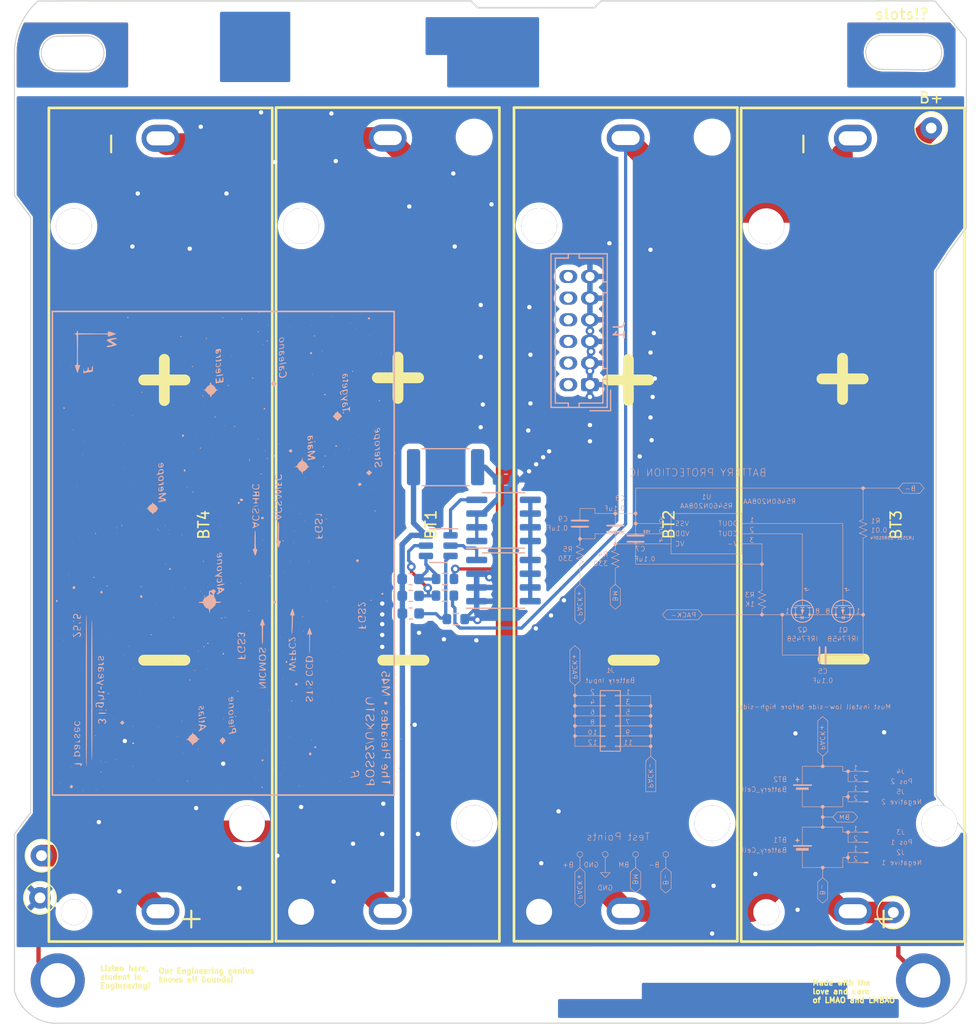
<source format=kicad_pcb>
(kicad_pcb (version 20241229) (generator "pcbnew") (generator_version "9.0")
  (layers (0 "F.Cu" signal) (4 "In1.Cu" signal) (6 "In2.Cu" signal) (2 "B.Cu" signal) (13 "F.Paste" user) (15 "B.Paste" user) (5 "F.SilkS" user "F.Silkscreen") (7 "B.SilkS" user "B.Silkscreen") (1 "F.Mask" user) (3 "B.Mask" user) (25 "Edge.Cuts" user))
  (net 0 "")
  (net 1 "Net-(C5-Pad1)")
  (net 2 "B-")
  (net 3 "Net-(U1-V-)")
  (net 4 "Net-(U1-VC)")
  (net 5 "/VDD")
  (net 6 "PACK-")
  (net 7 "BM")
  (net 8 "PACK+")
  (net 9 "Net-(Q1-G)")
  (net 10 "Net-(Q1-D-Pad5)")
  (net 11 "Net-(Q2-G)")
  (net 12 "Chassis Ground")
  (footprint "" (layer "F.Cu") (at 194.5 131.53)
    (property "Reference" "" (at 0 0 0) (layer "F.SilkS") (effects (font (size 1.27 1.27))))
    (property "Value" "" (at 0 0 0) (layer "F.SilkS") (effects (font (size 1.27 1.27))))
    (pad "1" thru_hole circle (at 0 0) (size 5 5) (drill 3.2) (layers "*.Cu" "*.Mask") (net 12 "Chassis Ground"))
  )
  (footprint "TestPoint:TestPoint_Loop_D1.80mm_Drill1.0mm_Beaded" (layer "F.Cu") (at 113 120)
    (property "Reference" "TP2")
    (property "Value" "B-" (hide yes))
    (pad "1" thru_hole circle (at 0 0) (size 2 2) (drill 1) (layers "*.Cu" "*.Mask") (net 2 "B-"))
  )
  (footprint "Battery Holders:BAT-TH_BH-18650-A6AJ012" (layer "F.Cu") (at 124 89.42 -90)
    (property "Reference" "BT4" (at 0 -4 90) (layer "F.SilkS"))
    (property "Value" "Battery_Cell")
    (fp_text user "+" (at 35.05 -2.69 90) (layer "F.SilkS") (effects (font (size 2.03 2.03) (thickness 0.2)) (justify right)))
    (fp_text user "-" (at -36.59 4.72 90) (layer "F.SilkS") (effects (font (size 2.03 2.03) (thickness 0.2)) (justify right)))
    (pad "" thru_hole circle (at -27.6 8 270) (size 3.3 3.3) (drill 3.3) (layers "*.Cu" "*.Mask"))
    (pad "" thru_hole circle (at 27.6 -8 270) (size 3.3 3.3) (drill 3.3) (layers "*.Cu" "*.Mask"))
    (pad "" thru_hole circle (at 35.8 8 270) (size 2.4 2.4) (drill 2.4) (layers "*.Cu" "*.Mask"))
    (pad "1" thru_hole oval (at -35.72 0 90) (size 2.5 3.5) (drill oval 1.300023 2.60002) (layers "*.Cu" "*.Mask") (net 7 "BM"))
    (pad "2" thru_hole oval (at 35.72 0 90) (size 2.5 3.5) (drill oval 1.300023 2.60002) (layers "*.Cu" "*.Mask") (net 2 "B-"))
  )
  (footprint "TestPoint:TestPoint_Loop_D1.80mm_Drill1.0mm_Beaded" (layer "F.Cu") (at 195.25 52.75)
    (property "Reference" "TP5")
    (property "Value" "B+" (at 0 -2.8 0) (layer "F.SilkS"))
    (pad "1" thru_hole circle (at 0 0) (size 2 2) (drill 1) (layers "*.Cu" "*.Mask") (net 8 "PACK+"))
  )
  (footprint "Battery Holders:BAT-TH_BH-18650-A6AJ012" (layer "F.Cu") (at 145 89.39 -90)
    (property "Reference" "BT1" (at 0 -4 90) (layer "F.SilkS"))
    (property "Value" "Battery_Cell")
    (pad "" thru_hole circle (at -27.6 8 270) (size 3.3 3.3) (drill 3.3) (layers "*.Cu" "*.Mask"))
    (pad "" thru_hole circle (at 27.6 -8 270) (size 3.3 3.3) (drill 3.3) (layers "*.Cu" "*.Mask"))
    (pad "" thru_hole circle (at 35.8 8 270) (size 2.4 2.4) (drill 2.4) (layers "*.Cu" "*.Mask"))
    (pad "1" thru_hole oval (at -35.72 0 90) (size 2.5 3.5) (drill oval 1.300023 2.60002) (layers "*.Cu" "*.Mask") (net 7 "BM"))
    (pad "2" thru_hole oval (at 35.72 0 90) (size 2.5 3.5) (drill oval 1.300023 2.60002) (layers "*.Cu" "*.Mask") (net 2 "B-"))
  )
  (footprint "Battery Holders:BAT-TH_BH-18650-A6AJ012" (layer "F.Cu") (at 167 89.39 -90)
    (property "Reference" "BT2" (at 0 -4 90) (layer "F.SilkS"))
    (property "Value" "Battery_Cell")
    (pad "" thru_hole circle (at -27.6 8 270) (size 3.3 3.3) (drill 3.3) (layers "*.Cu" "*.Mask"))
    (pad "" thru_hole circle (at 27.6 -8 270) (size 3.3 3.3) (drill 3.3) (layers "*.Cu" "*.Mask"))
    (pad "" thru_hole circle (at 35.8 8 270) (size 2.4 2.4) (drill 2.4) (layers "*.Cu" "*.Mask"))
    (pad "1" thru_hole oval (at -35.72 0 90) (size 2.5 3.5) (drill oval 1.300023 2.60002) (layers "*.Cu" "*.Mask") (net 8 "PACK+"))
    (pad "2" thru_hole oval (at 35.72 0 90) (size 2.5 3.5) (drill oval 1.300023 2.60002) (layers "*.Cu" "*.Mask") (net 7 "BM"))
  )
  (footprint "Battery Holders:BAT-TH_BH-18650-A6AJ012" (layer "F.Cu") (at 188 89.42 -90)
    (property "Reference" "BT3" (at 0 -4 90) (layer "F.SilkS"))
    (property "Value" "Battery_Cell")
    (fp_text user "-" (at -36.59 4.72 90) (layer "F.SilkS") (effects (font (size 2.03 2.03) (thickness 0.2)) (justify right)))
    (fp_text user "+" (at 35.05 -2.69 90) (layer "F.SilkS") (effects (font (size 2.03 2.03) (thickness 0.2)) (justify right)))
    (pad "" thru_hole circle (at -27.6 8 270) (size 3.3 3.3) (drill 3.3) (layers "*.Cu" "*.Mask"))
    (pad "" thru_hole circle (at 27.6 -8 270) (size 3.3 3.3) (drill 3.3) (layers "*.Cu" "*.Mask"))
    (pad "" thru_hole circle (at 35.8 8 270) (size 2.4 2.4) (drill 2.4) (layers "*.Cu" "*.Mask"))
    (pad "1" thru_hole oval (at -35.72 0 90) (size 2.5 3.5) (drill oval 1.300023 2.60002) (layers "*.Cu" "*.Mask") (net 8 "PACK+"))
    (pad "2" thru_hole oval (at 35.72 0 90) (size 2.5 3.5) (drill oval 1.300023 2.60002) (layers "*.Cu" "*.Mask") (net 7 "BM"))
  )
  (footprint "" (layer "F.Cu") (at 114.5 131.53)
    (property "Reference" "" (at 0 0 0) (layer "F.SilkS") (effects (font (size 1.27 1.27))))
    (property "Value" "" (at 0 0 0) (layer "F.SilkS") (effects (font (size 1.27 1.27))))
    (pad "1" thru_hole circle (at 0 0) (size 5 5) (drill 3.2) (layers "*.Cu" "*.Mask") (net 12 "Chassis Ground"))
  )
  (footprint "TestPoint:TestPoint_Loop_D1.80mm_Drill1.0mm_Beaded" (layer "F.Cu") (at 112.86 123.9)
    (property "Reference" "TP4")
    (property "Value" "GND" (hide yes))
    (pad "1" thru_hole circle (at 0 0) (size 2 2) (drill 1) (layers "*.Cu" "*.Mask") (net 6 "PACK-"))
  )
  (footprint "TestPoint:TestPoint_Loop_D1.80mm_Drill1.0mm_Beaded" (layer "F.Cu") (at 191.75 125.25)
    (property "Reference" "TP3")
    (property "Value" "BM" (hide yes))
    (pad "1" thru_hole circle (at 0 0) (size 2 2) (drill 1) (layers "*.Cu" "*.Mask") (net 7 "BM"))
  )
  (footprint "Package_SO:SOIC-8_3.9x4.9mm_P1.27mm" (layer "B.Cu") (at 155.705098 94.575999)
    (property "Reference" "Q2" (hide yes))
    (property "Value" "IRF7458")
    (pad "1" smd roundrect (at -2.475 1.905) (size 1.95 0.6) (layers "B.Cu" "B.Mask" "B.Paste") (net 6 "PACK-"))
    (pad "2" smd roundrect (at -2.475 0.635) (size 1.95 0.6) (layers "B.Cu" "B.Mask" "B.Paste") (net 6 "PACK-"))
    (pad "3" smd roundrect (at -2.475 -0.635) (size 1.95 0.6) (layers "B.Cu" "B.Mask" "B.Paste") (net 6 "PACK-"))
    (pad "4" smd roundrect (at -2.475 -1.905) (size 1.95 0.6) (layers "B.Cu" "B.Mask" "B.Paste") (net 11 "Net-(Q2-G)"))
    (pad "5" smd roundrect (at 2.475 -1.905) (size 1.95 0.6) (layers "B.Cu" "B.Mask" "B.Paste") (net 10 "Net-(Q1-D-Pad5)"))
    (pad "6" smd roundrect (at 2.475 -0.635) (size 1.95 0.6) (layers "B.Cu" "B.Mask" "B.Paste") (net 10 "Net-(Q1-D-Pad5)"))
    (pad "7" smd roundrect (at 2.475 0.635) (size 1.95 0.6) (layers "B.Cu" "B.Mask" "B.Paste") (net 10 "Net-(Q1-D-Pad5)"))
    (pad "8" smd roundrect (at 2.475 1.905) (size 1.95 0.6) (layers "B.Cu" "B.Mask" "B.Paste") (net 10 "Net-(Q1-D-Pad5)"))
  )
  (footprint "Resistor_SMD:R_0603_1608Metric" (layer "B.Cu") (at 150.305098 94.426 180)
    (property "Reference" "R4" (hide yes))
    (property "Value" "330")
    (pad "1" smd roundrect (at -0.825 0 180) (size 0.8 0.95) (layers "B.Cu" "B.Mask" "B.Paste") (net 7 "BM"))
    (pad "2" smd roundrect (at 0.825 0 180) (size 0.8 0.95) (layers "B.Cu" "B.Mask" "B.Paste") (net 4 "Net-(U1-VC)"))
  )
  (footprint "Package_TO_SOT_SMD:SOT-23-6" (layer "B.Cu") (at 149.675099 91.346 180)
    (property "Reference" "U1" (hide yes))
    (property "Value" "R5460N208AA")
    (pad "1" smd roundrect (at -1.1375 0.949999 180) (size 1.325 0.6) (layers "B.Cu" "B.Mask" "B.Paste") (net 9 "Net-(Q1-G)"))
    (pad "2" smd roundrect (at -1.1375 0 180) (size 1.325 0.6) (layers "B.Cu" "B.Mask" "B.Paste") (net 11 "Net-(Q2-G)"))
    (pad "3" smd roundrect (at -1.1375 -0.949999 180) (size 1.325 0.6) (layers "B.Cu" "B.Mask" "B.Paste") (net 3 "Net-(U1-V-)"))
    (pad "4" smd roundrect (at 1.1375 -0.949999 180) (size 1.325 0.6) (layers "B.Cu" "B.Mask" "B.Paste") (net 4 "Net-(U1-VC)"))
    (pad "5" smd roundrect (at 1.1375 0 180) (size 1.325 0.6) (layers "B.Cu" "B.Mask" "B.Paste") (net 5 "/VDD"))
    (pad "6" smd roundrect (at 1.1375 0.949999 180) (size 1.325 0.6) (layers "B.Cu" "B.Mask" "B.Paste") (net 2 "B-"))
  )
  (footprint "Resistor_SMD:R_2512_6332Metric" (layer "B.Cu") (at 150.355097 84.095999)
    (property "Reference" "R1" (hide yes))
    (property "Value" "0.01")
    (pad "1" smd roundrect (at -2.9625 0) (size 1.225 3.35) (layers "B.Cu" "B.Mask" "B.Paste") (roundrect_rratio 0.2040816327) (net 2 "B-"))
    (pad "2" smd roundrect (at 2.9625 0) (size 1.225 3.35) (layers "B.Cu" "B.Mask" "B.Paste") (roundrect_rratio 0.2040816327) (net 1 "Net-(C5-Pad1)"))
  )
  (footprint "LOGO" (layer "B.Cu") (at 177.893639 104.638235 180)
    (property "Reference" "G***" (hide yes))
    (property "Value" "LOGO" (hide yes))
  )
  (footprint "Capacitor_SMD:C_0603_1608Metric" (layer "B.Cu") (at 147.135098 97.616)
    (property "Reference" "C7" (hide yes))
    (property "Value" "0.1uF")
    (pad "1" smd roundrect (at -0.775 0) (size 0.9 0.95) (layers "B.Cu" "B.Mask" "B.Paste") (net 2 "B-"))
    (pad "2" smd roundrect (at 0.775 0) (size 0.9 0.95) (layers "B.Cu" "B.Mask" "B.Paste") (net 3 "Net-(U1-V-)"))
  )
  (footprint "LOGO" (layer "B.Cu") (at 132.753208 45.962133 180)
    (property "Reference" "G***" (hide yes))
    (property "Value" "LOGO" (hide yes))
  )
  (footprint "Capacitor_SMD:C_0603_1608Metric" (layer "B.Cu") (at 147.115097 94.435999)
    (property "Reference" "C8" (hide yes))
    (property "Value" "0.1uF")
    (pad "1" smd roundrect (at -0.775 0) (size 0.9 0.95) (layers "B.Cu" "B.Mask" "B.Paste") (net 2 "B-"))
    (pad "2" smd roundrect (at 0.775 0) (size 0.9 0.95) (layers "B.Cu" "B.Mask" "B.Paste") (net 4 "Net-(U1-VC)"))
  )
  (footprint "Resistor_SMD:R_0603_1608Metric" (layer "B.Cu") (at 151.295098 98.136)
    (property "Reference" "R3" (hide yes))
    (property "Value" "1K")
    (pad "1" smd roundrect (at -0.825 0) (size 0.8 0.95) (layers "B.Cu" "B.Mask" "B.Paste") (net 3 "Net-(U1-V-)"))
    (pad "2" smd roundrect (at 0.825 0) (size 0.8 0.95) (layers "B.Cu" "B.Mask" "B.Paste") (net 6 "PACK-"))
  )
  (footprint "Capacitor_SMD:C_0603_1608Metric" (layer "B.Cu") (at 147.125099 95.986)
    (property "Reference" "C9" (hide yes))
    (property "Value" "0.1uF")
    (pad "1" smd roundrect (at -0.775 0) (size 0.9 0.95) (layers "B.Cu" "B.Mask" "B.Paste") (net 2 "B-"))
    (pad "2" smd roundrect (at 0.775 0) (size 0.9 0.95) (layers "B.Cu" "B.Mask" "B.Paste") (net 5 "/VDD"))
  )
  (footprint "LOGO" (layer "B.Cu") (at 130.100293 91.852883 90)
    (property "Reference" "G***" (hide yes))
    (property "Value" "LOGO" (hide yes))
  )
  (footprint "LOGO" (layer "B.Cu") (at 155.493588 102.530471 180)
    (property "Reference" "G***" (hide yes))
    (property "Value" "LOGO" (hide yes))
  )
  (footprint "Package_SO:SOIC-8_3.9x4.9mm_P1.27mm" (layer "B.Cu") (at 155.715099 89.016)
    (property "Reference" "Q1" (hide yes))
    (property "Value" "IRF7458")
    (pad "1" smd roundrect (at -2.475 1.905) (size 1.95 0.6) (layers "B.Cu" "B.Mask" "B.Paste") (net 1 "Net-(C5-Pad1)"))
    (pad "2" smd roundrect (at -2.475 0.635) (size 1.95 0.6) (layers "B.Cu" "B.Mask" "B.Paste") (net 1 "Net-(C5-Pad1)"))
    (pad "3" smd roundrect (at -2.475 -0.635) (size 1.95 0.6) (layers "B.Cu" "B.Mask" "B.Paste") (net 1 "Net-(C5-Pad1)"))
    (pad "4" smd roundrect (at -2.475 -1.905) (size 1.95 0.6) (layers "B.Cu" "B.Mask" "B.Paste") (net 9 "Net-(Q1-G)"))
    (pad "5" smd roundrect (at 2.475 -1.905) (size 1.95 0.6) (layers "B.Cu" "B.Mask" "B.Paste") (net 10 "Net-(Q1-D-Pad5)"))
    (pad "6" smd roundrect (at 2.475 -0.635) (size 1.95 0.6) (layers "B.Cu" "B.Mask" "B.Paste") (net 10 "Net-(Q1-D-Pad5)"))
    (pad "7" smd roundrect (at 2.475 0.635) (size 1.95 0.6) (layers "B.Cu" "B.Mask" "B.Paste") (net 10 "Net-(Q1-D-Pad5)"))
    (pad "8" smd roundrect (at 2.475 1.905) (size 1.95 0.6) (layers "B.Cu" "B.Mask" "B.Paste") (net 10 "Net-(Q1-D-Pad5)"))
  )
  (footprint "Connector_Hirose:Hirose_DF11-12DP-2DSA_2x06_P2.00mm_Vertical" (layer "B.Cu") (at 163.700506 76.46967 90)
    (property "Reference" "J1" (at 5 2.7 270) (layer "B.SilkS") (effects (justify mirror)))
    (property "Value" "Battery Input")
    (pad "1" thru_hole roundrect (at 0 0 90) (size 1.2 1.65) (drill 0.85) (layers "*.Cu" "*.Mask") (roundrect_rratio 0.208333) (net 6 "PACK-"))
    (pad "2" thru_hole oval (at 0 -2 90) (size 1.2 1.65) (drill 0.85) (layers "*.Cu" "*.Mask") (net 8 "PACK+"))
    (pad "3" thru_hole oval (at 2 0 90) (size 1.2 1.65) (drill 0.85) (layers "*.Cu" "*.Mask") (net 6 "PACK-"))
    (pad "4" thru_hole oval (at 2 -2 90) (size 1.2 1.65) (drill 0.85) (layers "*.Cu" "*.Mask") (net 8 "PACK+"))
    (pad "5" thru_hole oval (at 4 0 90) (size 1.2 1.65) (drill 0.85) (layers "*.Cu" "*.Mask") (net 6 "PACK-"))
    (pad "6" thru_hole oval (at 4 -2 90) (size 1.2 1.65) (drill 0.85) (layers "*.Cu" "*.Mask") (net 8 "PACK+"))
    (pad "7" thru_hole oval (at 6 0 90) (size 1.2 1.65) (drill 0.85) (layers "*.Cu" "*.Mask") (net 6 "PACK-"))
    (pad "8" thru_hole oval (at 6 -2 90) (size 1.2 1.65) (drill 0.85) (layers "*.Cu" "*.Mask") (net 8 "PACK+"))
    (pad "9" thru_hole oval (at 8 0 90) (size 1.2 1.65) (drill 0.85) (layers "*.Cu" "*.Mask") (net 6 "PACK-"))
    (pad "10" thru_hole oval (at 8 -2 90) (size 1.2 1.65) (drill 0.85) (layers "*.Cu" "*.Mask") (net 8 "PACK+"))
    (pad "11" thru_hole oval (at 10 0 90) (size 1.2 1.65) (drill 0.85) (layers "*.Cu" "*.Mask") (net 6 "PACK-"))
    (pad "12" thru_hole oval (at 10 -2 90) (size 1.2 1.65) (drill 0.85) (layers "*.Cu" "*.Mask") (net 8 "PACK+"))
  )
  (footprint "Resistor_SMD:R_0603_1608Metric" (layer "B.Cu") (at 150.295097 95.965999 180)
    (property "Reference" "R5" (hide yes))
    (property "Value" "330")
    (pad "1" smd roundrect (at -0.825 0 180) (size 0.8 0.95) (layers "B.Cu" "B.Mask" "B.Paste") (net 8 "PACK+"))
    (pad "2" smd roundrect (at 0.825 0 180) (size 0.8 0.95) (layers "B.Cu" "B.Mask" "B.Paste") (net 5 "/VDD"))
  )
  (footprint "Capacitor_SMD:C_0603_1608Metric" (layer "B.Cu") (at 155.935097 85.255999)
    (property "Reference" "C5" (hide yes))
    (property "Value" "0.1uF")
    (pad "1" smd roundrect (at -0.775 0) (size 0.9 0.95) (layers "B.Cu" "B.Mask" "B.Paste") (net 1 "Net-(C5-Pad1)"))
    (pad "2" smd roundrect (at 0.775 0) (size 0.9 0.95) (layers "B.Cu" "B.Mask" "B.Paste") (net 6 "PACK-"))
  )
  (gr_rect (start 114 69.7) (end 145.6 114.4) (stroke (width 0.15)) (fill no) (layer "B.SilkS"))
  (gr_line (start 190.158162 40.989322) (end 195.598162 41.004322) (stroke (width 0.1)) (layer "Edge.Cuts"))
  (gr_line (start 195.7 114.4) (end 195.7 66) (stroke (width 0.1)) (layer "Edge.Cuts"))
  (gr_line (start 117.133162 40.989322) (end 120.308162 40.989322) (stroke (width 0.15)) (layer "Edge.Cuts"))
  (gr_line (start 195.7 66) (end 197 64) (stroke (width 0.1)) (layer "Edge.Cuts"))
  (gr_arc (start 110.5 46) (mid 111.034894 43.270084) (end 112.66352 41.014845) (stroke (width 0.1)) (layer "Edge.Cuts"))
  (gr_line (start 110.5 118) (end 112 116) (stroke (width 0.1)) (layer "Edge.Cuts"))
  (gr_line (start 164.123162 41.624322) (end 164.758162 40.989322) (stroke (width 0.15)) (layer "Edge.Cuts"))
  (gr_arc (start 117.173162 44.229322) (mid 118.773158 45.829322) (end 117.173162 47.429322) (stroke (width 0.1)) (layer "Edge.Cuts"))
  (gr_line (start 198.5 61.944322) (end 198.5 44.5) (stroke (width 0.1)) (layer "Edge.Cuts"))
  (gr_line (start 112.66352 41.014845) (end 117.133162 40.989322) (stroke (width 0.1)) (layer "Edge.Cuts"))
  (gr_line (start 110.5 46) (end 110.5 59) (stroke (width 0.1)) (layer "Edge.Cuts"))
  (gr_line (start 197 64) (end 198.5 61.944322) (stroke (width 0.1)) (layer "Edge.Cuts"))
  (gr_line (start 153.328162 41.624322) (end 152.693162 40.989322) (stroke (width 0.15)) (layer "Edge.Cuts"))
  (gr_line (start 198.5 131.5) (end 198.5 118) (stroke (width 0.15)) (layer "Edge.Cuts"))
  (gr_line (start 190.773162 47.329322) (end 194.623162 47.379322) (stroke (width 0.1)) (layer "Edge.Cuts"))
  (gr_arc (start 198.5 131.5) (mid 197.176415 134.176415) (end 194.5 135.5) (stroke (width 0.1)) (layer "Edge.Cuts"))
  (gr_line (start 112 116) (end 112 61) (stroke (width 0.1)) (layer "Edge.Cuts"))
  (gr_line (start 194.5 135.5) (end 114.5 135.5) (stroke (width 0.15)) (layer "Edge.Cuts"))
  (gr_line (start 110.5 118) (end 110.5 132.5) (stroke (width 0.1)) (layer "Edge.Cuts"))
  (gr_line (start 114.472939 44.255106) (end 117.173162 44.229322) (stroke (width 0.1)) (layer "Edge.Cuts"))
  (gr_line (start 112 61) (end 110.5 59) (stroke (width 0.1)) (layer "Edge.Cuts"))
  (gr_line (start 195.598162 41.004322) (end 198.5 44.5) (stroke (width 0.1)) (layer "Edge.Cuts"))
  (gr_line (start 164.758162 40.989322) (end 190.158162 40.989322) (stroke (width 0.15)) (layer "Edge.Cuts"))
  (gr_line (start 194.623162 44.179322) (end 190.823137 44.180115) (stroke (width 0.1)) (layer "Edge.Cuts"))
  (gr_line (start 152.693162 40.989322) (end 120.308162 40.989322) (stroke (width 0.15)) (layer "Edge.Cuts"))
  (gr_arc (start 114.5 135.5) (mid 111.987619 134.683175) (end 110.5 132.5) (stroke (width 0.1)) (layer "Edge.Cuts"))
  (gr_arc (start 194.623162 44.179322) (mid 196.223158 45.779322) (end 194.623162 47.379322) (stroke (width 0.1)) (layer "Edge.Cuts"))
  (gr_arc (start 114.422964 47.404313) (mid 112.978754 45.806395) (end 114.472939 44.255106) (stroke (width 0.1)) (layer "Edge.Cuts"))
  (gr_arc (start 190.773162 47.329322) (mid 189.198356 45.729331) (end 190.823137 44.180115) (stroke (width 0.1)) (layer "Edge.Cuts"))
  (gr_line (start 198.5 118) (end 195.7 114.4) (stroke (width 0.1)) (layer "Edge.Cuts"))
  (gr_line (start 114.422964 47.404313) (end 117.173162 47.429322) (stroke (width 0.1)) (layer "Edge.Cuts"))
  (gr_line (start 164.123162 41.624322) (end 153.328162 41.624322) (stroke (width 0.15)) (layer "Edge.Cuts"))
  (gr_text "+" (at 120.6 78.6 0) (layer "F.SilkS") (effects (font (size 5 5) (thickness 1) (bold yes)) (justify left bottom)))
  (gr_text "-" (at 164 104.5 0) (layer "F.SilkS") (effects (font (size 5 5) (thickness 1) (bold yes)) (justify left bottom)))
  (gr_text "+" (at 163.5 78.6 0) (layer "F.SilkS") (effects (font (size 5 5) (thickness 1) (bold yes)) (justify left bottom)))
  (gr_text "-" (at 120.6 104.5 0) (layer "F.SilkS") (effects (font (size 5 5) (thickness 1) (bold yes)) (justify left bottom)))
  (gr_text "slots!?" (at 189.96 42.81 0) (layer "F.SilkS") (effects (font (size 1 1)) (justify left bottom)))
  (gr_text "Listen here,\nstudent in\nEngineering!" (at 118.35 132.32 0) (layer "F.SilkS") (effects (font (size 0.5 0.5) (thickness 0.125)) (justify left bottom)))
  (gr_text "Our Engineering genius\nknows all bounds!" (at 123.75 131.75 0) (layer "F.SilkS") (effects (font (size 0.5 0.5) (thickness 0.125)) (justify left bottom)))
  (gr_text "-" (at 142.7 104.5 0) (layer "F.SilkS") (effects (font (size 5 5) (thickness 1) (bold yes)) (justify left bottom)))
  (gr_text "+" (at 183.3 78.5 0) (layer "F.SilkS") (effects (font (size 5 5) (thickness 1) (bold yes)) (justify left bottom)))
  (gr_text "-" (at 183.4 104.4 0) (layer "F.SilkS") (effects (font (size 5 5) (thickness 1) (bold yes)) (justify left bottom)))
  (gr_text "+" (at 142.2 78.4 0) (layer "F.SilkS") (effects (font (size 5 5) (thickness 1) (bold yes)) (justify left bottom)))
  (gr_text "Made with the \nlove and care \nof LMAO and LMBAO" (at 184.21 133.65 0) (layer "F.SilkS") (effects (font (size 0.5 0.5) (thickness 0.125)) (justify left bottom)))
  (segment (start 153.240099 89.651) (end 153.240099 88.381) (width 0.3) (layer "B.Cu") (net 1))
  (segment (start 153.240099 88.381) (end 153.799199 88.381) (width 0.5) (layer "B.Cu") (net 1))
  (segment (start 153.240099 90.921) (end 153.240099 89.651) (width 0.3) (layer "B.Cu") (net 1))
  (segment (start 155.25 85.345902) (end 155.160097 85.255999) (width 0.5) (layer "B.Cu") (net 1))
  (segment (start 153.799199 88.381) (end 155.25 86.930199) (width 0.5) (layer "B.Cu") (net 1))
  (segment (start 153.317597 84.095999) (end 154.000097 84.095999) (width 0.3) (layer "B.Cu") (net 1))
  (segment (start 155.160097 85.255999) (end 154.000097 84.095999) (width 0.5) (layer "B.Cu") (net 1))
  (segment (start 155.25 86.930199) (end 155.25 85.345902) (width 0.5) (layer "B.Cu") (net 1))
  (segment (start 137.64 117.75) (end 145 125.11) (width 2) (layer "F.Cu") (net 2))
  (segment (start 122.25 120) (end 124.5 117.75) (width 2) (layer "F.Cu") (net 2))
  (segment (start 124.5 117.75) (end 137.64 117.75) (width 2) (layer "F.Cu") (net 2))
  (segment (start 122.25 120) (end 122.25 123.45) (width 2) (layer "F.Cu") (net 2))
  (segment (start 113 120) (end 122.25 120) (width 2) (layer "F.Cu") (net 2))
  (segment (start 122.25 123.45) (end 123.85 125.05) (width 2) (layer "F.Cu") (net 2))
  (segment (start 146.360098 97.616) (end 146.360098 95.995999) (width 0.5) (layer "B.Cu") (net 2))
  (segment (start 146.360098 95.995999) (end 146.350099 95.986) (width 0.5) (layer "B.Cu") (net 2))
  (segment (start 147.392597 89.250999) (end 147.392597 84.095999) (width 0.5) (layer "B.Cu") (net 2))
  (segment (start 146.340097 94.435999) (end 146.340097 91.231839) (width 0.5) (layer "B.Cu") (net 2))
  (segment (start 146.360098 97.616) (end 146.360098 123.749902) (width 0.5) (layer "B.Cu") (net 2))
  (segment (start 147.175935 90.396001) (end 148.537599 90.396001) (width 0.5) (layer "B.Cu") (net 2))
  (segment (start 146.360098 123.749902) (end 145 125.11) (width 0.5) (layer "B.Cu") (net 2))
  (segment (start 148.537599 90.396001) (end 147.392597 89.250999) (width 0.5) (layer "B.Cu") (net 2))
  (segment (start 146.340097 91.231839) (end 147.175935 90.396001) (width 0.5) (layer "B.Cu") (net 2))
  (segment (start 146.350099 95.986) (end 146.350099 94.446001) (width 0.5) (layer "B.Cu") (net 2))
  (segment (start 146.350099 94.446001) (end 146.340097 94.435999) (width 0.5) (layer "B.Cu") (net 2))
  (segment (start 150.369097 98.034999) (end 150.470098 98.136) (width 0.3) (layer "B.Cu") (net 3))
  (segment (start 149.470098 97.636) (end 147.930098 97.636) (width 0.3) (layer "B.Cu") (net 3))
  (segment (start 147.930098 97.636) (end 147.910098 97.616) (width 0.3) (layer "B.Cu") (net 3))
  (segment (start 149.869097 98.034999) (end 150.369097 98.034999) (width 0.3) (layer "B.Cu") (net 3))
  (segment (start 149.869097 98.034999) (end 149.470098 97.636) (width 0.3) (layer "B.Cu") (net 3))
  (segment (start 150.369097 92.739501) (end 150.369097 98.034999) (width 0.3) (layer "B.Cu") (net 3))
  (segment (start 150.812599 92.295999) (end 150.369097 92.739501) (width 0.3) (layer "B.Cu") (net 3))
  (segment (start 148.537599 93.079159) (end 148.640188 93.181748) (width 0.3) (layer "B.Cu") (net 4))
  (segment (start 148.537599 92.295999) (end 148.537599 93.079159) (width 0.3) (layer "B.Cu") (net 4))
  (segment (start 148.640188 93.181748) (end 148.640188 93.685908) (width 0.3) (layer "B.Cu") (net 4))
  (segment (start 147.890097 94.435999) (end 149.470099 94.435999) (width 0.3) (layer "B.Cu") (net 4))
  (segment (start 149.480098 94.021658) (end 149.480098 94.426) (width 0.3) (layer "B.Cu") (net 4))
  (segment (start 148.640188 93.685908) (end 147.890097 94.435999) (width 0.3) (layer "B.Cu") (net 4))
  (segment (start 149.470099 94.435999) (end 149.480098 94.426) (width 0.3) (layer "B.Cu") (net 4))
  (segment (start 148.537599 93.079159) (end 149.480098 94.021658) (width 0.3) (layer "B.Cu") (net 4))
  (segment (start 147.190097 93.752997) (end 148.70556 95.26846) (width 0.3) (layer "F.Cu") (net 5))
  (segment (start 147.190097 93.301507) (end 147.190097 93.752997) (width 0.3) (layer "F.Cu") (net 5))
  (via (at 147.190097 93.301507) (size 0.8) (drill 0.4) (layers "F.Cu" "B.Cu") (net 5))
  (via (at 148.70556 95.26846) (size 0.8) (drill 0.4) (layers "F.Cu" "B.Cu") (net 5))
  (segment (start 147.900099 95.986) (end 148.770429 95.986) (width 0.3) (layer "B.Cu") (net 5))
  (segment (start 148.770429 95.986) (end 149.450096 95.986) (width 0.3) (layer "B.Cu") (net 5))
  (segment (start 147.475936 91.346) (end 148.537599 91.346) (width 0.3) (layer "B.Cu") (net 5))
  (segment (start 146.941097 91.880839) (end 147.475936 91.346) (width 0.3) (layer "B.Cu") (net 5))
  (segment (start 146.941097 92.722175) (end 146.941097 91.880839) (width 0.3) (layer "B.Cu") (net 5))
  (segment (start 148.770429 95.986) (end 148.770429 95.333329) (width 0.3) (layer "B.Cu") (net 5))
  (segment (start 148.770429 95.333329) (end 148.70556 95.26846) (width 0.3) (layer "B.Cu") (net 5))
  (segment (start 147.190097 92.971175) (end 146.941097 92.722175) (width 0.3) (layer "B.Cu") (net 5))
  (segment (start 149.450096 95.986) (end 149.470097 95.965999) (width 0.3) (layer "B.Cu") (net 5))
  (segment (start 147.190097 93.301507) (end 147.190097 92.971175) (width 0.3) (layer "B.Cu") (net 5))
  (via (at 121.9 58.8) (size 0.8) (drill 0.4) (layers "F.Cu" "B.Cu") (net 6))
  (via (at 182.7 108.7) (size 0.8) (drill 0.4) (layers "F.Cu" "B.Cu") (net 6))
  (via (at 139.8 51.4) (size 0.8) (drill 0.4) (layers "F.Cu" "B.Cu") (net 6))
  (via (at 163.7 77.6) (size 0.8) (drill 0.4) (layers "F.Cu" "B.Cu") (net 6))
  (via (at 169.3 64) (size 0.8) (drill 0.4) (layers "F.Cu" "B.Cu") (net 6))
  (via (at 144.5 99.6) (size 0.8) (drill 0.4) (layers "F.Cu" "B.Cu") (net 6))
  (via (at 158 80.7) (size 0.8) (drill 0.4) (layers "F.Cu" "B.Cu") (net 6))
  (via (at 158.2 78.2) (size 0.8) (drill 0.4) (layers "F.Cu" "B.Cu") (net 6))
  (via (at 169.7 75.9) (size 0.8) (drill 0.4) (layers "F.Cu" "B.Cu") (net 6))
  (via (at 179 121.7) (size 0.8) (drill 0.4) (layers "F.Cu" "B.Cu") (net 6))
  (via (at 144.5 100.7) (size 0.8) (drill 0.4) (layers "F.Cu" "B.Cu") (net 6))
  (via (at 147 60) (size 0.8) (drill 0.4) (layers "F.Cu" "B.Cu") (net 6))
  (via (at 129.8 111.5) (size 0.8) (drill 0.4) (layers "F.Cu" "B.Cu") (net 6))
  (via (at 182.9 125) (size 0.8) (drill 0.4) (layers "F.Cu" "B.Cu") (net 6))
  (via (at 163.7 75.2) (size 0.8) (drill 0.4) (layers "F.Cu" "B.Cu") (net 6))
  (via (at 163.7 80.2) (size 0.8) (drill 0.4) (layers "F.Cu" "B.Cu") (net 6))
  (via (at 147.8 118) (size 0.8) (drill 0.4) (layers "F.Cu" "B.Cu") (net 6))
  (via (at 147.5 107.9) (size 0.8) (drill 0.4) (layers "F.Cu" "B.Cu") (net 6))
  (via (at 161.3 96.4) (size 0.8) (drill 0.4) (layers "F.Cu" "B.Cu") (net 6))
  (via (at 168.3 83.1) (size 0.8) (drill 0.4) (layers "F.Cu" "B.Cu") (net 6))
  (via (at 137 115.5) (size 0.8) (drill 0.4) (layers "F.Cu" "B.Cu") (net 6))
  (via (at 153.6 69.1) (size 0.8) (drill 0.4) (layers "F.Cu" "B.Cu") (net 6))
  (via (at 118.3 116.9) (size 0.8) (drill 0.4) (layers "F.Cu" "B.Cu") (net 6))
  (via (at 126.7 63.9) (size 0.8) (drill 0.4) (layers "F.Cu" "B.Cu") (net 6))
  (via (at 141.8 118.9) (size 0.8) (drill 0.4) (layers "F.Cu" "B.Cu") (net 6))
  (via (at 165.5 63.4) (size 0.8) (drill 0.4) (layers "F.Cu" "B.Cu") (net 6))
  (via (at 158.075506 84.475506) (size 0.8) (drill 0.4) (layers "F.Cu" "B.Cu") (net 6))
  (via (at 175.13293 122.786059) (size 0.8) (drill 0.4) (layers "F.Cu" "B.Cu") (net 6))
  (via (at 169.6 71.7) (size 0.8) (drill 0.4) (layers "F.Cu" "B.Cu") (net 6))
  (via (at 158.7 99) (size 0.8) (drill 0.4) (layers "F.Cu" "B.Cu") (net 6))
  (via (at 159.925506 82.625506) (size 0.8) (drill 0.4) (layers "F.Cu" "B.Cu") (net 6))
  (via (at 163.7 71.5) (size 0.8) (drill 0.4) (layers "F.Cu" "B.Cu") (net 6))
  (via (at 153.2 100.1) (size 0.8) (drill 0.4) (layers "F.Cu" "B.Cu") (net 6))
  (via (at 169.5 77.6) (size 0.8) (drill 0.4) (layers "F.Cu" "B.Cu") (net 6))
  (via (at 150.2 100) (size 0.8) (drill 0.4) (layers "F.Cu" "B.Cu") (net 6))
  (via (at 190.9 108.6) (size 0.8) (drill 0.4) (layers "F.Cu" "B.Cu") (net 6))
  (via (at 130.1 58.8) (size 0.8) (drill 0.4) (layers "F.Cu" "B.Cu") (net 6))
  (via (at 121.4 63.7) (size 0.8) (drill 0.4) (layers "F.Cu" "B.Cu") (net 6))
  (via (at 151.070035 56.9494) (size 0.8) (drill 0.4) (layers "F.Cu" "B.Cu") (net 6))
  (via (at 140.2 55.8) (size 0.8) (drill 0.4) (layers "F.Cu" "B.Cu") (net 6))
  (via (at 160.8 115.9) (size 0.8) (drill 0.4) (layers "F.Cu" "B.Cu") (net 6))
  (via (at 131.3 123) (size 0.8) (drill 0.4) (layers "F.Cu" "B.Cu") (net 6))
  (via (at 154.4 94.25) (size 0.8) (drill 0.4) (layers "F.Cu" "B.Cu") (net 6))
  (via (at 169.3 79.5) (size 0.8) (drill 0.4) (layers "F.Cu" "B.Cu") (net 6))
  (via (at 134.8 120) (size 0.8) (drill 0.4) (layers "F.Cu" "B.Cu") (net 6))
  (via (at 134.6 55.9) (size 0.8) (drill 0.4) (layers "F.Cu" "B.Cu") (net 6))
  (via (at 153.6 73.9) (size 0.8) (drill 0.4) (layers "F.Cu" "B.Cu") (net 6))
  (via (at 154.6 59.8) (size 0.8) (drill 0.4) (layers "F.Cu" "B.Cu") (net 6))
  (via (at 175 127.2) (size 0.8) (drill 0.4) (layers "F.Cu" "B.Cu") (net 6))
  (via (at 159.2 120.7) (size 0.8) (drill 0.4) (layers "F.Cu" "B.Cu") (net 6))
  (via (at 153.3 98.2) (size 0.8) (drill 0.4) (layers "F.Cu" "B.Cu") (net 6))
  (via (at 144.5 118) (size 0.8) (drill 0.4) (layers "F.Cu" "B.Cu") (net 6))
  (via (at 153.8 78.3) (size 0.8) (drill 0.4) (layers "F.Cu" "B.Cu") (net 6))
  (via (at 120.7 109.4) (size 0.8) (drill 0.4) (layers "F.Cu" "B.Cu") (net 6))
  (via (at 147.9 99.4) (size 0.8) (drill 0.4) (layers "F.Cu" "B.Cu") (net 6))
  (via (at 160.1 97.8) (size 0.8) (drill 0.4) (layers "F.Cu" "B.Cu") (net 6))
  (via (at 169.3 73.5) (size 0.8) (drill 0.4) (layers "F.Cu" "B.Cu") (net 6))
  (via (at 127.720653 52.632708) (size 0.8) (drill 0.4) (layers "F.Cu" "B.Cu") (net 6))
  (via (at 120.2 123.3) (size 0.8) (drill 0.4) (layers "F.Cu" "B.Cu") (net 6))
  (via (at 158.1 69.3) (size 0.8) (drill 0.4) (layers "F.Cu" "B.Cu") (net 6))
  (via (at 127.3 115.6) (size 0.8) (drill 0.4) (layers "F.Cu" "B.Cu") (net 6))
  (via (at 133.3 51.3) (size 0.8) (drill 0.4) (layers "F.Cu" "B.Cu") (net 6))
  (via (at 153.6 80.4) (size 0.8) (drill 0.4) (layers "F.Cu" "B.Cu") (net 6))
  (via (at 144.5 98.6) (size 0.8) (drill 0.4) (layers "F.Cu" "B.Cu") (net 6))
  (via (at 151.2 63.7) (size 0.8) (drill 0.4) (layers "F.Cu" "B.Cu") (net 6))
  (via (at 169.4 81.6) (size 0.8) (drill 0.4) (layers "F.Cu" "B.Cu") (net 6))
  (via (at 144.5 96.7) (size 0.8) (drill 0.4) (layers "F.Cu" "B.Cu") (net 6))
  (via (at 144.5 97.7) (size 0.8) (drill 0.4) (layers "F.Cu" "B.Cu") (net 6))
  (via (at 163.8 73.4) (size 0.8) (drill 0.4) (layers "F.Cu" "B.Cu") (net 6))
  (via (at 158.725506 83.825506) (size 0.8) (drill 0.4) (layers "F.Cu" "B.Cu") (net 6))
  (via (at 159.375506 83.175506) (size 0.8) (drill 0.4) (layers "F.Cu" "B.Cu") (net 6))
  (via (at 158.2 73.7) (size 0.8) (drill 0.4) (layers "F.Cu" "B.Cu") (net 6))
  (via (at 144.6 115.2) (size 0.8) (drill 0.4) (layers "F.Cu" "B.Cu") (net 6))
  (via (at 140 122.4) (size 0.8) (drill 0.4) (layers "F.Cu" "B.Cu") (net 6))
  (via (at 163.7 81.7) (size 0.8) (drill 0.4) (layers "F.Cu" "B.Cu") (net 6))
  (segment (start 160.150506 77.46967) (end 160.150506 76) (width 0.5) (layer "B.Cu") (net 6))
  (segment (start 159.925506 82.625506) (end 160.150506 82.400506) (width 0.5) (layer "B.Cu") (net 6))
  (segment (start 160.150506 76) (end 160.150506 75.46967) (width 0.5) (layer "B.Cu") (net 6))
  (segment (start 153.236 98.136) (end 153.3 98.2) (width 0.3) (layer "B.Cu") (net 6))
  (segment (start 160.150506 73.46967) (end 160.150506 71.46967) (width 0.5) (layer "B.Cu") (net 6))
  (segment (start 157.295013 85.255999) (end 158.075506 84.475506) (width 0.5) (layer "B.Cu") (net 6))
  (segment (start 153.230098 97.026) (end 153.230098 96.480999) (width 0.3) (layer "B.Cu") (net 6))
  (segment (start 160.150506 79.46967) (end 160.150506 77.46967) (width 0.5) (layer "B.Cu") (net 6))
  (segment (start 160.150506 82.400506) (end 160.150506 81.46967) (width 0.5) (layer "B.Cu") (net 6))
  (segment (start 152.120098 98.136) (end 153.230098 97.026) (width 0.3) (layer "B.Cu") (net 6))
  (segment (start 159.375506 83.175506) (end 159.925506 82.625506) (width 0.5) (layer "B.Cu") (net 6))
  (segment (start 156 85.966096) (end 156.710097 85.255999) (width 0.5) (layer "B.Cu") (net 6))
  (segment (start 160.150506 81.46967) (end 160.150506 79.46967) (width 0.5) (layer "B.Cu") (net 6))
  (segment (start 154.090999 93.940999) (end 154.4 94.25) (width 0.5) (layer "B.Cu") (net 6))
  (segment (start 153.230098 93.940999) (end 154.459001 93.940999) (width 0.5) (layer "B.Cu") (net 6))
  (segment (start 156 92.4) (end 156 85.966096) (width 0.5) (layer "B.Cu") (net 6))
  (segment (start 158.725506 83.825506) (end 159.375506 83.175506) (width 0.5) (layer "B.Cu") (net 6))
  (segment (start 154.459001 93.940999) (end 156 92.4) (width 0.5) (layer "B.Cu") (net 6))
  (segment (start 152.120098 98.136) (end 153.236 98.136) (width 0.3) (layer "B.Cu") (net 6))
  (segment (start 153.230098 95.210999) (end 153.230098 96.480999) (width 0.5) (layer "B.Cu") (net 6))
  (segment (start 153.230098 93.940999) (end 153.230098 95.210999) (width 0.5) (layer "B.Cu") (net 6))
  (segment (start 158.075506 84.475506) (end 158.725506 83.825506) (width 0.5) (layer "B.Cu") (net 6))
  (segment (start 153.230098 93.940999) (end 154.090999 93.940999) (width 0.5) (layer "B.Cu") (net 6))
  (segment (start 160.150506 76) (end 160.150506 73.46967) (width 0.5) (layer "B.Cu") (net 6))
  (segment (start 156.710097 85.255999) (end 157.295013 85.255999) (width 0.5) (layer "B.Cu") (net 6))
  (segment (start 178.64 125.11) (end 182.775 120.975) (width 2) (layer "F.Cu") (net 7))
  (segment (start 145 53.67) (end 156 64.67) (width 2) (layer "F.Cu") (net 7))
  (segment (start 167 125.11) (end 178.64 125.11) (width 2) (layer "F.Cu") (net 7))
  (segment (start 191.75 125.25) (end 187.9 125.25) (width 2) (layer "F.Cu") (net 7))
  (segment (start 156 93.5) (end 156 114.11) (width 2) (layer "F.Cu") (net 7))
  (segment (start 156 114.11) (end 167 125.11) (width 2) (layer "F.Cu") (net 7))
  (segment (start 124.533708 54.233708) (end 129.766292 54.233708) (width 2) (layer "F.Cu") (net 7))
  (segment (start 124 53.7) (end 124.533708 54.233708) (width 2) (layer "F.Cu") (net 7))
  (segment (start 186.94 125.14) (end 182.775 120.975) (width 2) (layer "F.Cu") (net 7))
  (segment (start 151.25 93.5) (end 156 93.5) (width 0.3) (layer "F.Cu") (net 7))
  (segment (start 188 125.14) (end 186.94 125.14) (width 2) (layer "F.Cu") (net 7))
  (segment (start 156 64.67) (end 156 93.5) (width 2) (layer "F.Cu") (net 7))
  (segment (start 129.766292 54.233708) (end 130.33 53.67) (width 2) (layer "F.Cu") (net 7))
  (segment (start 130.33 53.67) (end 145 53.67) (width 2) (layer "F.Cu") (net 7))
  (via (at 151.25 93.5) (size 0.8) (drill 0.4) (layers "F.Cu" "B.Cu") (net 7))
  (segment (start 151.130098 93.619902) (end 151.25 93.5) (width 0.3) (layer "B.Cu") (net 7))
  (segment (start 151.130098 94.426) (end 151.130098 93.619902) (width 0.3) (layer "B.Cu") (net 7))
  (segment (start 187 60.5) (end 187.5 60.5) (width 2) (layer "F.Cu") (net 8))
  (segment (start 187 60.5) (end 173.83 60.5) (width 2) (layer "F.Cu") (net 8))
  (segment (start 187.5 60.5) (end 195.25 52.75) (width 2) (layer "F.Cu") (net 8))
  (segment (start 187 60.5) (end 187 55.18) (width 2) (layer "F.Cu") (net 8))
  (segment (start 173.83 60.5) (end 167 53.67) (width 2) (layer "F.Cu") (net 8))
  (segment (start 151.221098 97.127226) (end 151.221098 98.496774) (width 0.3) (layer "B.Cu") (net 8))
  (segment (start 151.686324 98.962) (end 157.386774 98.962) (width 0.3) (layer "B.Cu") (net 8))
  (segment (start 157.386774 98.962) (end 157.674387 98.674387) (width 0.3) (layer "B.Cu") (net 8))
  (segment (start 151.221098 98.496774) (end 151.686324 98.962) (width 0.3) (layer "B.Cu") (net 8))
  (segment (start 167 89.348775) (end 167 53.67) (width 0.3) (layer "B.Cu") (net 8))
  (segment (start 151 96.086096) (end 151 96.906128) (width 0.3) (layer "B.Cu") (net 8))
  (segment (start 157.674387 98.674387) (end 167 89.348775) (width 0.3) (layer "B.Cu") (net 8))
  (segment (start 157.598775 98.75) (end 157.674387 98.674387) (width 0.3) (layer "B.Cu") (net 8))
  (segment (start 151.120097 95.965999) (end 151 96.086096) (width 0.3) (layer "B.Cu") (net 8))
  (segment (start 151 96.906128) (end 151.221098 97.127226) (width 0.3) (layer "B.Cu") (net 8))
  (segment (start 151.75 87.111) (end 153.240099 87.111) (width 0.3) (layer "B.Cu") (net 9))
  (segment (start 150.812599 88.048401) (end 151.75 87.111) (width 0.3) (layer "B.Cu") (net 9))
  (segment (start 150.812599 90.396001) (end 150.812599 88.048401) (width 0.3) (layer "B.Cu") (net 9))
  (segment (start 158.180098 96.480999) (end 158.180098 95.210999) (width 0.4) (layer "B.Cu") (net 10))
  (segment (start 158.190099 89.651) (end 158.190099 88.381) (width 0.4) (layer "B.Cu") (net 10))
  (segment (start 158.180098 95.210999) (end 158.180098 93.940999) (width 0.4) (layer "B.Cu") (net 10))
  (segment (start 158.190099 90.921) (end 158.190099 89.651) (width 0.4) (layer "B.Cu") (net 10))
  (segment (start 158.180098 93.940999) (end 158.180098 92.670999) (width 0.4) (layer "B.Cu") (net 10))
  (segment (start 158.180098 92.670999) (end 158.180098 90.931001) (width 0.4) (layer "B.Cu") (net 10))
  (segment (start 158.190099 88.381) (end 158.190099 87.111) (width 0.4) (layer "B.Cu") (net 10))
  (segment (start 158.180098 90.931001) (end 158.190099 90.921) (width 0.4) (layer "B.Cu") (net 10))
  (segment (start 153.230098 91.730098) (end 153.072 91.572) (width 0.3) (layer "B.Cu") (net 11))
  (segment (start 153.072 91.572) (end 152.203421 91.572) (width 0.3) (layer "B.Cu") (net 11))
  (segment (start 152.203421 91.572) (end 151.977421 91.346) (width 0.3) (layer "B.Cu") (net 11))
  (segment (start 153.230098 92.670999) (end 153.230098 91.730098) (width 0.3) (layer "B.Cu") (net 11))
  (segment (start 151.977421 91.346) (end 150.812599 91.346) (width 0.3) (layer "B.Cu") (net 11))
  (segment (start 192.21 127.29) (end 192.21 129.24) (width 0.4) (layer "F.Cu") (net 12))
  (segment (start 112.725 127.54) (end 112.725 129.755) (width 0.4) (layer "F.Cu") (net 12))
  (segment (start 112.725 129.755) (end 114.5 131.53) (width 0.4) (layer "F.Cu") (net 12))
  (segment (start 192.21 129.24) (end 194.5 131.53) (width 0.4) (layer "F.Cu") (net 12))
  (zone (net 12) (net_name "Chassis Ground") (layers "F.Cu" "B.Cu") (priority 2) (connect_pads (clearance 0.254)) (min_thickness 0.254) (fill yes (thermal_gap 0.508) (thermal_bridge_width 0.508))
    (polygon (pts (xy 197.5 49) (xy 187.5 49) (xy 187.5 43) (xy 197.5 43)))
  )
  (zone (net 12) (net_name "Chassis Ground") (layers "F.Cu" "B.Cu") (priority 2) (connect_pads (clearance 0.254)) (min_thickness 0.254) (fill yes (thermal_gap 0.508) (thermal_bridge_width 0.508))
    (polygon (pts (xy 121 49) (xy 110.5 49) (xy 110.5 43) (xy 121 43)))
  )
  (zone (net 6) (net_name "PACK-") (layer "B.Cu") (connect_pads (clearance 0.508)) (min_thickness 0.254) (fill yes (thermal_gap 0.508) (thermal_bridge_width 0.508))
    (polygon (pts (xy 199.179271 128.355139) (xy 109.161671 128.456739) (xy 109.728 49.8046) (xy 199.4916 49.8046)))
  )
  (zone (net 0) (net_name "") (layer "B.Cu") (priority 2) (connect_pads (clearance 0.254)) (min_thickness 0.254) (fill yes (thermal_gap 0.508) (thermal_bridge_width 0.508))
    (polygon (pts (xy 136 48.5) (xy 129.5 48.5) (xy 129.5 42) (xy 136 42)))
  )
  (zone (net 0) (net_name "") (layer "B.Cu") (priority 2) (connect_pads (clearance 0.254)) (min_thickness 0.254) (fill yes (thermal_gap 0.508) (thermal_bridge_width 0.508))
    (polygon (pts (xy 159 49) (xy 150.5 49) (xy 150.5 46) (xy 148.5 46) (xy 148.5 42.5) (xy 159 42.5)))
  )
  (zone (net 0) (net_name "") (layer "B.Cu") (priority 2) (connect_pads (clearance 0.254)) (min_thickness 0.254) (fill yes (thermal_gap 0.508) (thermal_bridge_width 0.508) (island_removal_mode 1) (island_area_min 10))
    (polygon (pts (xy 187.5 133.25) (xy 192.25 133.25) (xy 192.25 135) (xy 160.75 135) (xy 160.75 133.25) (xy 168.5 133.25) (xy 168.5 131.75) (xy 187.5 131.75)))
  )
)
</source>
